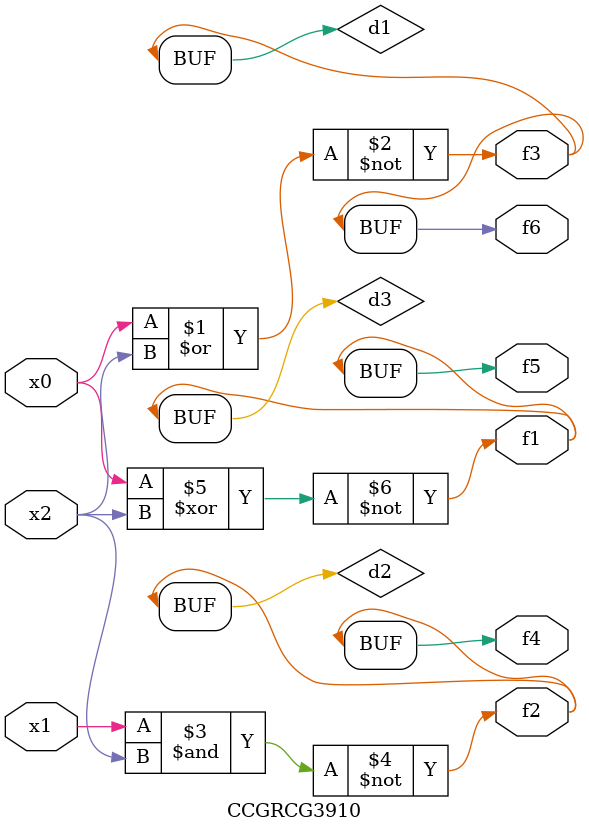
<source format=v>
module CCGRCG3910(
	input x0, x1, x2,
	output f1, f2, f3, f4, f5, f6
);

	wire d1, d2, d3;

	nor (d1, x0, x2);
	nand (d2, x1, x2);
	xnor (d3, x0, x2);
	assign f1 = d3;
	assign f2 = d2;
	assign f3 = d1;
	assign f4 = d2;
	assign f5 = d3;
	assign f6 = d1;
endmodule

</source>
